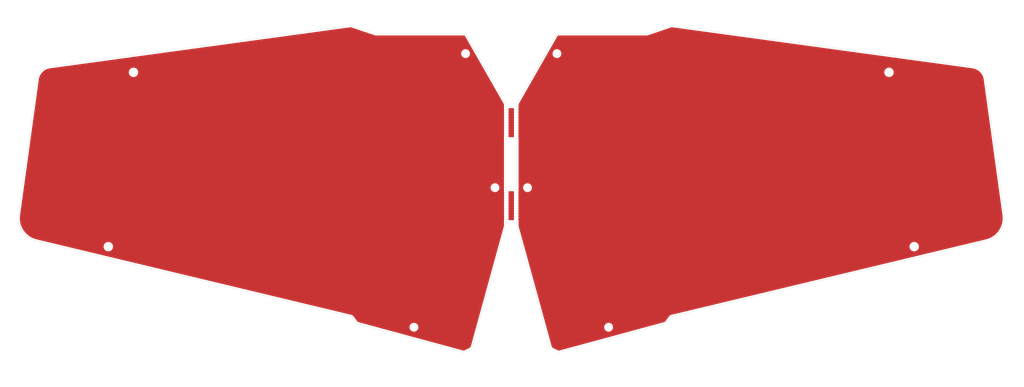
<source format=kicad_pcb>
(kicad_pcb (version 20211014) (generator pcbnew)
  (layers (0 "F.Cu" signal) (31 "B.Cu" signal) (34 "B.Paste" user) (35 "F.Paste" user) (36 "B.SilkS" user "B.Silkscreen") (37 "F.SilkS" user "F.Silkscreen") (38 "B.Mask" user) (39 "F.Mask" user) (44 "Edge.Cuts" user))
  (net 0 "")
  (footprint "e3w2q:mousebite" (layer "F.Cu") (at -2 58.017 -90)
    (fp_text reference "mousebite3" hide)
    (fp_text value "mousebite" hide)
    (pad "" np_thru_hole circle (at 7.5 -0.3 270) (size 0.6 0.6) (drill 0.6) (layers F&B.Cu *.Mask))
    (pad "" np_thru_hole circle (at 3.9 -0.3 270) (size 0.6 0.6) (drill 0.6) (layers F&B.Cu *.Mask))
    (pad "" np_thru_hole circle (at 0.3 -0.3 270) (size 0.6 0.6) (drill 0.6) (layers F&B.Cu *.Mask))
    (pad "" np_thru_hole circle (at 2.1 -0.3 270) (size 0.6 0.6) (drill 0.6) (layers F&B.Cu *.Mask))
    (pad "" np_thru_hole circle (at 4.8 -0.3 270) (size 0.6 0.6) (drill 0.6) (layers F&B.Cu *.Mask))
    (pad "" np_thru_hole circle (at 6.6 -0.3 270) (size 0.6 0.6) (drill 0.6) (layers F&B.Cu *.Mask))
    (pad "" np_thru_hole circle (at 1.2 -0.3 270) (size 0.6 0.6) (drill 0.6) (layers F&B.Cu *.Mask))
    (pad "" np_thru_hole circle (at 10.2 -0.3 270) (size 0.6 0.6) (drill 0.6) (layers F&B.Cu *.Mask))
    (pad "" np_thru_hole circle (at 9.3 -0.3 270) (size 0.6 0.6) (drill 0.6) (layers F&B.Cu *.Mask))
    (pad "" np_thru_hole circle (at 8.4 -0.3 270) (size 0.6 0.6) (drill 0.6) (layers F&B.Cu *.Mask))
    (pad "" np_thru_hole circle (at 3 -0.3 270) (size 0.6 0.6) (drill 0.6) (layers F&B.Cu *.Mask))
    (pad "" np_thru_hole circle (at 5.7 -0.3 270) (size 0.6 0.6) (drill 0.6) (layers F&B.Cu *.Mask))
  )
  (footprint "e3w2q:mousebite" (layer "F.Cu") (at -2 29.482 -90)
    (fp_text reference "mousebite1" hide)
    (fp_text value "mousebite" hide)
    (pad "" np_thru_hole circle (at 10.2 -0.3 270) (size 0.6 0.6) (drill 0.6) (layers F&B.Cu *.Mask))
    (pad "" np_thru_hole circle (at 8.4 -0.3 270) (size 0.6 0.6) (drill 0.6) (layers F&B.Cu *.Mask))
    (pad "" np_thru_hole circle (at 9.3 -0.3 270) (size 0.6 0.6) (drill 0.6) (layers F&B.Cu *.Mask))
    (pad "" np_thru_hole circle (at 6.6 -0.3 270) (size 0.6 0.6) (drill 0.6) (layers F&B.Cu *.Mask))
    (pad "" np_thru_hole circle (at 3.9 -0.3 270) (size 0.6 0.6) (drill 0.6) (layers F&B.Cu *.Mask))
    (pad "" np_thru_hole circle (at 7.5 -0.3 270) (size 0.6 0.6) (drill 0.6) (layers F&B.Cu *.Mask))
    (pad "" np_thru_hole circle (at 3 -0.3 270) (size 0.6 0.6) (drill 0.6) (layers F&B.Cu *.Mask))
    (pad "" np_thru_hole circle (at 5.7 -0.3 270) (size 0.6 0.6) (drill 0.6) (layers F&B.Cu *.Mask))
    (pad "" np_thru_hole circle (at 4.8 -0.3 270) (size 0.6 0.6) (drill 0.6) (layers F&B.Cu *.Mask))
    (pad "" np_thru_hole circle (at 0.3 -0.3 270) (size 0.6 0.6) (drill 0.6) (layers F&B.Cu *.Mask))
    (pad "" np_thru_hole circle (at 2.1 -0.3 270) (size 0.6 0.6) (drill 0.6) (layers F&B.Cu *.Mask))
    (pad "" np_thru_hole circle (at 1.2 -0.3 270) (size 0.6 0.6) (drill 0.6) (layers F&B.Cu *.Mask))
  )
  (footprint "e3w2q:mousebite" (layer "F.Cu") (at 1.4 58.017 -90)
    (fp_text reference "mousebite4" hide)
    (fp_text value "mousebite" hide)
    (pad "" np_thru_hole circle (at 1.2 -0.3 270) (size 0.6 0.6) (drill 0.6) (layers F&B.Cu *.Mask))
    (pad "" np_thru_hole circle (at 3 -0.3 270) (size 0.6 0.6) (drill 0.6) (layers F&B.Cu *.Mask))
    (pad "" np_thru_hole circle (at 2.1 -0.3 270) (size 0.6 0.6) (drill 0.6) (layers F&B.Cu *.Mask))
    (pad "" np_thru_hole circle (at 5.7 -0.3 270) (size 0.6 0.6) (drill 0.6) (layers F&B.Cu *.Mask))
    (pad "" np_thru_hole circle (at 7.5 -0.3 270) (size 0.6 0.6) (drill 0.6) (layers F&B.Cu *.Mask))
    (pad "" np_thru_hole circle (at 0.3 -0.3 270) (size 0.6 0.6) (drill 0.6) (layers F&B.Cu *.Mask))
    (pad "" np_thru_hole circle (at 4.8 -0.3 270) (size 0.6 0.6) (drill 0.6) (layers F&B.Cu *.Mask))
    (pad "" np_thru_hole circle (at 6.6 -0.3 270) (size 0.6 0.6) (drill 0.6) (layers F&B.Cu *.Mask))
    (pad "" np_thru_hole circle (at 3.9 -0.3 270) (size 0.6 0.6) (drill 0.6) (layers F&B.Cu *.Mask))
    (pad "" np_thru_hole circle (at 8.4 -0.3 270) (size 0.6 0.6) (drill 0.6) (layers F&B.Cu *.Mask))
    (pad "" np_thru_hole circle (at 9.3 -0.3 270) (size 0.6 0.6) (drill 0.6) (layers F&B.Cu *.Mask))
    (pad "" np_thru_hole circle (at 10.2 -0.3 270) (size 0.6 0.6) (drill 0.6) (layers F&B.Cu *.Mask))
  )
  (footprint "e3w2q:mousebite" (layer "F.Cu") (at 1.4 29.482 -90)
    (fp_text reference "mousebite2" hide)
    (fp_text value "mousebite" hide)
    (pad "" np_thru_hole circle (at 7.5 -0.3 270) (size 0.6 0.6) (drill 0.6) (layers F&B.Cu *.Mask))
    (pad "" np_thru_hole circle (at 2.1 -0.3 270) (size 0.6 0.6) (drill 0.6) (layers F&B.Cu *.Mask))
    (pad "" np_thru_hole circle (at 0.3 -0.3 270) (size 0.6 0.6) (drill 0.6) (layers F&B.Cu *.Mask))
    (pad "" np_thru_hole circle (at 10.2 -0.3 270) (size 0.6 0.6) (drill 0.6) (layers F&B.Cu *.Mask))
    (pad "" np_thru_hole circle (at 8.4 -0.3 270) (size 0.6 0.6) (drill 0.6) (layers F&B.Cu *.Mask))
    (pad "" np_thru_hole circle (at 6.6 -0.3 270) (size 0.6 0.6) (drill 0.6) (layers F&B.Cu *.Mask))
    (pad "" np_thru_hole circle (at 4.8 -0.3 270) (size 0.6 0.6) (drill 0.6) (layers F&B.Cu *.Mask))
    (pad "" np_thru_hole circle (at 9.3 -0.3 270) (size 0.6 0.6) (drill 0.6) (layers F&B.Cu *.Mask))
    (pad "" np_thru_hole circle (at 3.9 -0.3 270) (size 0.6 0.6) (drill 0.6) (layers F&B.Cu *.Mask))
    (pad "" np_thru_hole circle (at 5.7 -0.3 270) (size 0.6 0.6) (drill 0.6) (layers F&B.Cu *.Mask))
    (pad "" np_thru_hole circle (at 3 -0.3 270) (size 0.6 0.6) (drill 0.6) (layers F&B.Cu *.Mask))
    (pad "" np_thru_hole circle (at 1.2 -0.3 270) (size 0.6 0.6) (drill 0.6) (layers F&B.Cu *.Mask))
  )
  (gr_circle (center -5.586736 57.018427) (end -4.586736 57.018427) (layer "Edge.Cuts") (width 0.09) (fill none))
  (gr_curve (pts (xy -15.872395 113.435109) (xy -15.872395 113.435109) (xy -13.956405 112.478966) (xy -13.956405 112.478966)) (layer "Edge.Cuts") (width 0.09))
  (gr_curve (pts (xy 2.000093 40.164926) (xy 2.000093 40.164926) (xy 2.000115 57.716998) (xy 2.000115 57.716998)) (layer "Edge.Cuts") (width 0.09))
  (gr_curve (pts (xy 16.277043 4.182927) (xy 15.917934 4.182927) (xy 15.586409 4.375465) (xy 15.408448 4.687397)) (layer "Edge.Cuts") (width 0.09))
  (gr_curve (pts (xy -1.999986 57.716998) (xy -1.999986 57.716998) (xy -1.999986 40.164926) (xy -1.999986 40.164926)) (layer "Edge.Cuts") (width 0.09))
  (gr_circle (center -138.330516 77.292745) (end -137.230516 77.292745) (layer "Edge.Cuts") (width 0.09) (fill none))
  (gr_curve (pts (xy -15.40834 4.687397) (xy -15.586301 4.375465) (xy -15.917827 4.182927) (xy -16.276935 4.182927)) (layer "Edge.Cuts") (width 0.09))
  (gr_circle (center 5.58684 57.018427) (end 6.58684 57.018427) (layer "Edge.Cuts") (width 0.09) (fill none))
  (gr_curve (pts (xy 2.000115 57.716998) (xy 2.000115 57.716998) (xy -1.999986 57.716998) (xy -1.999986 57.716998)) (layer "Edge.Cuts") (width 0.09))
  (gr_curve (pts (xy -54.829276 1.412597) (xy -54.975886 1.363009) (xy -55.131992 1.34813) (xy -55.285321 1.369124)) (layer "Edge.Cuts") (width 0.09))
  (gr_curve (pts (xy 13.438801 111.84931) (xy 13.514119 112.123195) (xy 13.702351 112.352143) (xy 13.956512 112.478966)) (layer "Edge.Cuts") (width 0.09))
  (gr_curve (pts (xy 2.035879 70.375183) (xy 2.035879 70.375183) (xy 13.438801 111.84931) (xy 13.438801 111.84931)) (layer "Edge.Cuts") (width 0.09))
  (gr_curve (pts (xy -1.999986 40.164926) (xy -1.999986 40.164926) (xy 2.000093 40.164926) (xy 2.000093 40.164926)) (layer "Edge.Cuts") (width 0.09))
  (gr_circle (center 15.684 10.941762) (end 16.684 10.941762) (layer "Edge.Cuts") (width 0.09) (fill none))
  (gr_curve (pts (xy -54.518744 101.591) (xy -54.518744 101.591) (xy -53.265009 103.315894) (xy -53.265009 103.315894)) (layer "Edge.Cuts") (width 0.09))
  (gr_curve (pts (xy -53.265009 103.315894) (xy -53.131016 103.50025) (xy -52.938091 103.633295) (xy -52.718143 103.693003)) (layer "Edge.Cuts") (width 0.09))
  (gr_curve (pts (xy 13.956512 112.478966) (xy 13.956512 112.478966) (xy 15.872502 113.435109) (xy 15.872502 113.435109)) (layer "Edge.Cuts") (width 0.09))
  (gr_curve (pts (xy 2.000115 70.110083) (xy 2.000115 70.199656) (xy 2.01213 70.288819) (xy 2.035879 70.375183)) (layer "Edge.Cuts") (width 0.09))
  (gr_circle (center -129.682294 17.371) (end -128.582294 17.371) (layer "Edge.Cuts") (width 0.09) (fill none))
  (gr_curve (pts (xy -16.276935 4.182927) (xy -16.276935 4.182927) (xy -46.474144 4.182927) (xy -46.474144 4.182927)) (layer "Edge.Cuts") (width 0.09))
  (gr_curve (pts (xy 46.474252 4.182927) (xy 46.474252 4.182927) (xy 16.277043 4.182927) (xy 16.277043 4.182927)) (layer "Edge.Cuts") (width 0.09))
  (gr_curve (pts (xy 53.265117 103.315894) (xy 53.265117 103.315894) (xy 54.518851 101.591) (xy 54.518851 101.591)) (layer "Edge.Cuts") (width 0.09))
  (gr_curve (pts (xy 46.794646 4.130196) (xy 46.691444 4.16512) (xy 46.583203 4.182927) (xy 46.474252 4.182927)) (layer "Edge.Cuts") (width 0.09))
  (gr_curve (pts (xy 2.000115 68.716994) (xy 2.000115 68.716994) (xy 2.000115 70.110083) (xy 2.000115 70.110083)) (layer "Edge.Cuts") (width 0.09))
  (gr_curve (pts (xy 55.285428 1.369124) (xy 55.1321 1.34813) (xy 54.975994 1.363009) (xy 54.829405 1.412597)) (layer "Edge.Cuts") (width 0.09))
  (gr_curve (pts (xy -163.072626 75.283303) (xy -163.072626 75.283303) (xy -55.094204 101.206592) (xy -55.094204 101.206592)) (layer "Edge.Cuts") (width 0.09))
  (gr_curve (pts (xy 16.581072 113.50541) (xy 16.581072 113.50541) (xy 52.718272 103.693003) (xy 52.718272 103.693003)) (layer "Edge.Cuts") (width 0.09))
  (gr_curve (pts (xy -2.035772 70.375183) (xy -2.012022 70.288819) (xy -1.999986 70.199656) (xy -1.999986 70.110083)) (layer "Edge.Cuts") (width 0.09))
  (gr_curve (pts (xy -55.285321 1.369124) (xy -55.285321 1.369124) (xy -158.422544 15.488223) (xy -158.422544 15.488223)) (layer "Edge.Cuts") (width 0.09))
  (gr_curve (pts (xy 158.422651 15.488223) (xy 158.422651 15.488223) (xy 55.285428 1.369124) (xy 55.285428 1.369124)) (layer "Edge.Cuts") (width 0.09))
  (gr_circle (center -33.420324 104.992094) (end -32.420324 104.992094) (layer "Edge.Cuts") (width 0.09) (fill none))
  (gr_curve (pts (xy -158.422544 15.488223) (xy -160.643941 15.792318) (xy -162.391294 17.537991) (xy -162.697541 19.759065)) (layer "Edge.Cuts") (width 0.09))
  (gr_curve (pts (xy -13.438693 111.84931) (xy -13.438693 111.84931) (xy -2.035772 70.375183) (xy -2.035772 70.375183)) (layer "Edge.Cuts") (width 0.09))
  (gr_curve (pts (xy 52.718272 103.693003) (xy 52.938199 103.633295) (xy 53.131124 103.50025) (xy 53.265117 103.315894)) (layer "Edge.Cuts") (width 0.09))
  (gr_curve (pts (xy -1.999986 28.455412) (xy -1.999986 28.281629) (xy -2.045289 28.110838) (xy -2.131394 27.959878)) (layer "Edge.Cuts") (width 0.09))
  (gr_curve (pts (xy 55.094312 101.206592) (xy 55.094312 101.206592) (xy 163.072734 75.283303) (xy 163.072734 75.283303)) (layer "Edge.Cuts") (width 0.09))
  (gr_curve (pts (xy -1.999986 29.16493) (xy -1.999986 29.16493) (xy -1.999986 28.455412) (xy -1.999986 28.455412)) (layer "Edge.Cuts") (width 0.09))
  (gr_curve (pts (xy 15.872502 113.435109) (xy 16.092063 113.544684) (xy 16.344244 113.569704) (xy 16.581072 113.50541)) (layer "Edge.Cuts") (width 0.09))
  (gr_curve (pts (xy 2.000093 29.16493) (xy 2.000093 29.16493) (xy -1.999986 29.16493) (xy -1.999986 29.16493)) (layer "Edge.Cuts") (width 0.09))
  (gr_curve (pts (xy 162.697649 19.759065) (xy 162.391401 17.537991) (xy 160.644049 15.792318) (xy 158.422651 15.488223)) (layer "Edge.Cuts") (width 0.09))
  (gr_curve (pts (xy 169.130202 66.411622) (xy 169.130202 66.411622) (xy 162.697649 19.759065) (xy 162.697649 19.759065)) (layer "Edge.Cuts") (width 0.09))
  (gr_circle (center 33.420428 104.992094) (end 34.420428 104.992094) (layer "Edge.Cuts") (width 0.09) (fill none))
  (gr_curve (pts (xy -55.094204 101.206592) (xy -54.862758 101.262144) (xy -54.658701 101.398462) (xy -54.518744 101.591)) (layer "Edge.Cuts") (width 0.09))
  (gr_curve (pts (xy -2.131394 27.959878) (xy -2.131394 27.959878) (xy -15.40834 4.687397) (xy -15.40834 4.687397)) (layer "Edge.Cuts") (width 0.09))
  (gr_curve (pts (xy -16.580965 113.50541) (xy -16.344136 113.569704) (xy -16.091955 113.544684) (xy -15.872395 113.435109)) (layer "Edge.Cuts") (width 0.09))
  (gr_curve (pts (xy -1.999986 70.110083) (xy -1.999986 70.110083) (xy -1.999986 68.716994) (xy -1.999986 68.716994)) (layer "Edge.Cuts") (width 0.09))
  (gr_curve (pts (xy -13.956405 112.478966) (xy -13.702243 112.352143) (xy -13.514011 112.123195) (xy -13.438693 111.84931)) (layer "Edge.Cuts") (width 0.09))
  (gr_curve (pts (xy 54.829405 1.412597) (xy 54.829405 1.412597) (xy 46.794646 4.130196) (xy 46.794646 4.130196)) (layer "Edge.Cuts") (width 0.09))
  (gr_curve (pts (xy 2.000093 28.455412) (xy 2.000093 28.455412) (xy 2.000093 29.16493) (xy 2.000093 29.16493)) (layer "Edge.Cuts") (width 0.09))
  (gr_curve (pts (xy -46.474144 4.182927) (xy -46.583095 4.182927) (xy -46.691336 4.16512) (xy -46.794538 4.130196)) (layer "Edge.Cuts") (width 0.09))
  (gr_curve (pts (xy -1.999986 68.716994) (xy -1.999986 68.716994) (xy 2.000115 68.716994) (xy 2.000115 68.716994)) (layer "Edge.Cuts") (width 0.09))
  (gr_circle (center 138.33062 77.292745) (end 139.43062 77.292745) (layer "Edge.Cuts") (width 0.09) (fill none))
  (gr_curve (pts (xy 2.131524 27.959878) (xy 2.045396 28.110838) (xy 2.000093 28.281629) (xy 2.000093 28.455412)) (layer "Edge.Cuts") (width 0.09))
  (gr_circle (center 129.682397 17.371) (end 130.782397 17.371) (layer "Edge.Cuts") (width 0.09) (fill none))
  (gr_curve (pts (xy 54.518851 101.591) (xy 54.658808 101.398462) (xy 54.862866 101.262144) (xy 55.094312 101.206592)) (layer "Edge.Cuts") (width 0.09))
  (gr_curve (pts (xy -162.697541 19.759065) (xy -162.697541 19.759065) (xy -169.130094 66.411622) (xy -169.130094 66.411622)) (layer "Edge.Cuts") (width 0.09))
  (gr_circle (center -15.684 10.941762) (end -14.684 10.941762) (layer "Edge.Cuts") (width 0.09) (fill none))
  (gr_curve (pts (xy -52.718143 103.693003) (xy -52.718143 103.693003) (xy -16.580965 113.50541) (xy -16.580965 113.50541)) (layer "Edge.Cuts") (width 0.09))
  (gr_curve (pts (xy 163.072734 75.283303) (xy 167.07236 74.323069) (xy 169.692032 70.486352) (xy 169.130202 66.411622)) (layer "Edge.Cuts") (width 0.09))
  (gr_curve (pts (xy -169.130094 66.411622) (xy -169.691925 70.486352) (xy -167.072253 74.323069) (xy -163.072626 75.283303)) (layer "Edge.Cuts") (width 0.09))
  (gr_curve (pts (xy 15.408448 4.687397) (xy 15.408448 4.687397) (xy 2.131524 27.959878) (xy 2.131524 27.959878)) (layer "Edge.Cuts") (width 0.09))
  (gr_curve (pts (xy -46.794538 4.130196) (xy -46.794538 4.130196) (xy -54.829276 1.412597) (xy -54.829276 1.412597)) (layer "Edge.Cuts") (width 0.09))
  (zone (net 0) (net_name "") (layer "F.Cu") (connect_pads (clearance 0.508)) (min_thickness 0.254) (fill yes (thermal_gap 0.508) (thermal_bridge_width 0.508))
    (polygon (pts (xy 176.022 76.327) (xy 1.27 125.603) (xy -175.514 79.629) (xy -165.862 -0.508) (xy 164.719 -7.493)))
  )
)
</source>
